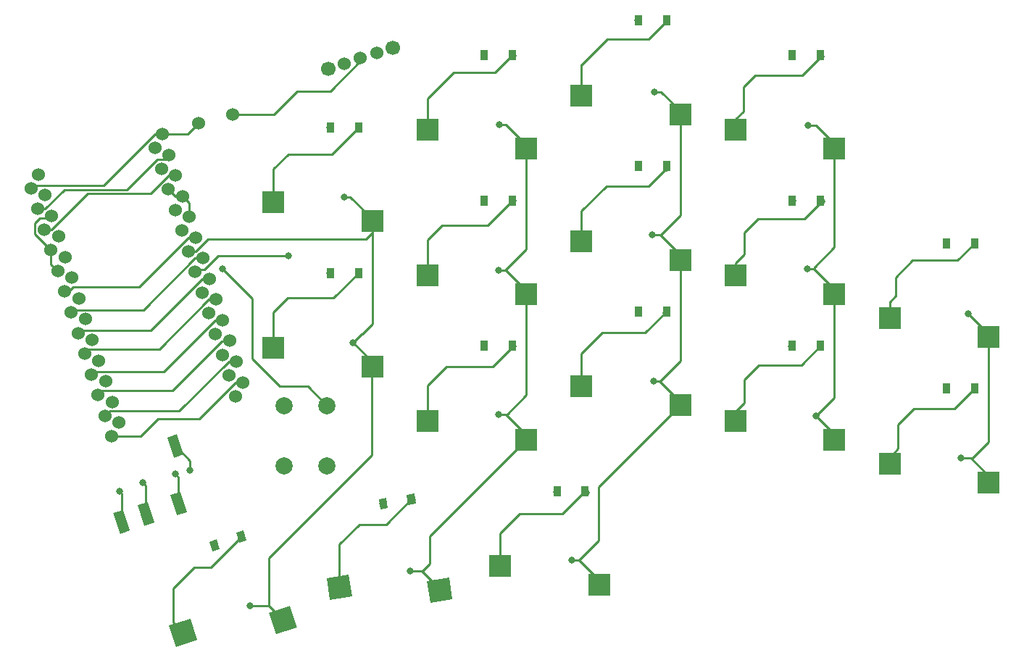
<source format=gbr>
%TF.GenerationSoftware,KiCad,Pcbnew,(5.1.8)-1*%
%TF.CreationDate,2021-08-08T13:00:58+02:00*%
%TF.ProjectId,miniki v2,6d696e69-6b69-4207-9632-2e6b69636164,rev?*%
%TF.SameCoordinates,Original*%
%TF.FileFunction,Copper,L2,Bot*%
%TF.FilePolarity,Positive*%
%FSLAX46Y46*%
G04 Gerber Fmt 4.6, Leading zero omitted, Abs format (unit mm)*
G04 Created by KiCad (PCBNEW (5.1.8)-1) date 2021-08-08 13:00:58*
%MOMM*%
%LPD*%
G01*
G04 APERTURE LIST*
%TA.AperFunction,SMDPad,CuDef*%
%ADD10R,0.900000X1.200000*%
%TD*%
%TA.AperFunction,ComponentPad*%
%ADD11C,1.524000*%
%TD*%
%TA.AperFunction,ComponentPad*%
%ADD12C,2.000000*%
%TD*%
%TA.AperFunction,WasherPad*%
%ADD13C,1.700000*%
%TD*%
%TA.AperFunction,SMDPad,CuDef*%
%ADD14R,2.600000X2.600000*%
%TD*%
%TA.AperFunction,SMDPad,CuDef*%
%ADD15C,0.100000*%
%TD*%
%TA.AperFunction,ViaPad*%
%ADD16C,0.800000*%
%TD*%
%TA.AperFunction,Conductor*%
%ADD17C,0.250000*%
%TD*%
G04 APERTURE END LIST*
D10*
%TO.P,D18,1*%
%TO.N,row2*%
X140350000Y-102000000D03*
%TO.P,D18,2*%
%TO.N,Net-(D18-Pad2)*%
X143650000Y-102000000D03*
%TD*%
%TO.P,D17,1*%
%TO.N,row1*%
X140350000Y-85000000D03*
%TO.P,D17,2*%
%TO.N,Net-(D17-Pad2)*%
X143650000Y-85000000D03*
%TD*%
%TO.P,D15,1*%
%TO.N,row2*%
X122350000Y-97000000D03*
%TO.P,D15,2*%
%TO.N,Net-(D15-Pad2)*%
X125650000Y-97000000D03*
%TD*%
%TO.P,D14,1*%
%TO.N,row1*%
X122350000Y-80000000D03*
%TO.P,D14,2*%
%TO.N,Net-(D14-Pad2)*%
X125650000Y-80000000D03*
%TD*%
%TO.P,D13,1*%
%TO.N,row0*%
X122350000Y-63000000D03*
%TO.P,D13,2*%
%TO.N,Net-(D13-Pad2)*%
X125650000Y-63000000D03*
%TD*%
%TO.P,D12,1*%
%TO.N,row3*%
X94850000Y-114000000D03*
%TO.P,D12,2*%
%TO.N,Net-(D12-Pad2)*%
X98150000Y-114000000D03*
%TD*%
%TO.P,D11,1*%
%TO.N,row2*%
X104350000Y-93000000D03*
%TO.P,D11,2*%
%TO.N,Net-(D11-Pad2)*%
X107650000Y-93000000D03*
%TD*%
%TO.P,D10,1*%
%TO.N,row1*%
X104350000Y-76000000D03*
%TO.P,D10,2*%
%TO.N,Net-(D10-Pad2)*%
X107650000Y-76000000D03*
%TD*%
D11*
%TO.P,U1,26*%
%TO.N,bat-*%
X33393525Y-78586180D03*
%TO.P,U1,25*%
%TO.N,bat+*%
X47887626Y-73876761D03*
%TO.P,U1,26*%
%TO.N,bat-*%
X48756656Y-72259039D03*
%TO.P,U1,25*%
%TO.N,bat+*%
X34262555Y-76968458D03*
%TO.P,U1,24*%
%TO.N,Net-(U1-Pad24)*%
X48672529Y-76292444D03*
%TO.P,U1,23*%
%TO.N,gnd*%
X49457433Y-78708128D03*
%TO.P,U1,22*%
%TO.N,reset*%
X50242336Y-81123811D03*
%TO.P,U1,21*%
%TO.N,vcc*%
X51027239Y-83539495D03*
%TO.P,U1,20*%
%TO.N,col0*%
X51812142Y-85955178D03*
%TO.P,U1,19*%
%TO.N,col1*%
X52597045Y-88370862D03*
%TO.P,U1,18*%
%TO.N,col2*%
X53381948Y-90786545D03*
%TO.P,U1,17*%
%TO.N,col3*%
X54166852Y-93202229D03*
%TO.P,U1,16*%
%TO.N,col4*%
X54951755Y-95617913D03*
%TO.P,U1,15*%
%TO.N,Net-(U1-Pad15)*%
X55736658Y-98033596D03*
%TO.P,U1,14*%
%TO.N,Net-(U1-Pad14)*%
X56521561Y-100449280D03*
%TO.P,U1,13*%
%TO.N,Net-(U1-Pad13)*%
X57306464Y-102864963D03*
%TO.P,U1,12*%
%TO.N,Net-(U1-Pad12)*%
X42812363Y-107574382D03*
%TO.P,U1,11*%
%TO.N,Net-(U1-Pad11)*%
X42027460Y-105158699D03*
%TO.P,U1,10*%
%TO.N,row3*%
X41242557Y-102743015D03*
%TO.P,U1,9*%
%TO.N,row2*%
X40457653Y-100327332D03*
%TO.P,U1,8*%
%TO.N,row1*%
X39672750Y-97911648D03*
%TO.P,U1,7*%
%TO.N,row0*%
X38887847Y-95495964D03*
%TO.P,U1,6*%
%TO.N,Net-(U1-Pad6)*%
X38102944Y-93080281D03*
%TO.P,U1,5*%
%TO.N,Net-(U1-Pad5)*%
X37318041Y-90664597D03*
%TO.P,U1,4*%
%TO.N,gnd*%
X36533138Y-88248914D03*
%TO.P,U1,3*%
X35748234Y-85833230D03*
%TO.P,U1,2*%
%TO.N,data*%
X34963331Y-83417547D03*
%TO.P,U1,1*%
%TO.N,Net-(U1-Pad1)*%
X34178428Y-81001863D03*
X49522538Y-74680903D03*
%TO.P,U1,2*%
%TO.N,data*%
X50307441Y-77096586D03*
%TO.P,U1,3*%
%TO.N,gnd*%
X51092344Y-79512270D03*
%TO.P,U1,4*%
X51877248Y-81927953D03*
%TO.P,U1,5*%
%TO.N,Net-(U1-Pad5)*%
X52662151Y-84343637D03*
%TO.P,U1,6*%
%TO.N,Net-(U1-Pad6)*%
X53447054Y-86759320D03*
%TO.P,U1,7*%
%TO.N,row0*%
X54231957Y-89175004D03*
%TO.P,U1,8*%
%TO.N,row1*%
X55016860Y-91590687D03*
%TO.P,U1,9*%
%TO.N,row2*%
X55801763Y-94006371D03*
%TO.P,U1,10*%
%TO.N,row3*%
X56586667Y-96422055D03*
%TO.P,U1,11*%
%TO.N,Net-(U1-Pad11)*%
X57371570Y-98837738D03*
%TO.P,U1,12*%
%TO.N,Net-(U1-Pad12)*%
X58156473Y-101253422D03*
%TO.P,U1,13*%
%TO.N,Net-(U1-Pad13)*%
X43681393Y-105956660D03*
%TO.P,U1,14*%
%TO.N,Net-(U1-Pad14)*%
X42896490Y-103540977D03*
%TO.P,U1,15*%
%TO.N,Net-(U1-Pad15)*%
X42111586Y-101125293D03*
%TO.P,U1,16*%
%TO.N,col4*%
X41326683Y-98709610D03*
%TO.P,U1,17*%
%TO.N,col3*%
X40541780Y-96293926D03*
%TO.P,U1,18*%
%TO.N,col2*%
X39756877Y-93878243D03*
%TO.P,U1,19*%
%TO.N,col1*%
X38971974Y-91462559D03*
%TO.P,U1,20*%
%TO.N,col0*%
X38187071Y-89046875D03*
%TO.P,U1,21*%
%TO.N,vcc*%
X37402167Y-86631192D03*
%TO.P,U1,22*%
%TO.N,reset*%
X36617264Y-84215508D03*
%TO.P,U1,23*%
%TO.N,gnd*%
X35832361Y-81799825D03*
%TO.P,U1,24*%
%TO.N,Net-(U1-Pad24)*%
X35047458Y-79384141D03*
%TD*%
D12*
%TO.P,Reset1,2*%
%TO.N,gnd*%
X63000000Y-104000000D03*
%TO.P,Reset1,1*%
%TO.N,reset*%
X68000000Y-104000000D03*
X68000000Y-111000000D03*
%TO.P,Reset1,2*%
%TO.N,gnd*%
X63000000Y-111000000D03*
%TD*%
D13*
%TO.P,Power1,*%
%TO.N,*%
X75706339Y-62145898D03*
X68097887Y-64618034D03*
D11*
%TO.P,Power1,3*%
%TO.N,Net-(Power1-Pad3)*%
X73804226Y-62763932D03*
%TO.P,Power1,2*%
%TO.N,Net-(Power1-Pad2)*%
X71902113Y-63381966D03*
%TO.P,Power1,1*%
%TO.N,bat+*%
X70000000Y-64000000D03*
%TD*%
D14*
%TO.P,K18,1*%
%TO.N,col4*%
X145275000Y-112950000D03*
%TO.P,K18,2*%
%TO.N,Net-(D18-Pad2)*%
X133725000Y-110750000D03*
%TD*%
%TO.P,K17,1*%
%TO.N,col4*%
X145275000Y-95950000D03*
%TO.P,K17,2*%
%TO.N,Net-(D17-Pad2)*%
X133725000Y-93750000D03*
%TD*%
%TO.P,K15,1*%
%TO.N,col3*%
X127275000Y-107950000D03*
%TO.P,K15,2*%
%TO.N,Net-(D15-Pad2)*%
X115725000Y-105750000D03*
%TD*%
%TO.P,K14,1*%
%TO.N,col3*%
X127275000Y-90950000D03*
%TO.P,K14,2*%
%TO.N,Net-(D14-Pad2)*%
X115725000Y-88750000D03*
%TD*%
%TO.P,K13,1*%
%TO.N,col3*%
X127275000Y-73950000D03*
%TO.P,K13,2*%
%TO.N,Net-(D13-Pad2)*%
X115725000Y-71750000D03*
%TD*%
%TO.P,K12,1*%
%TO.N,col2*%
X99775000Y-124950000D03*
%TO.P,K12,2*%
%TO.N,Net-(D12-Pad2)*%
X88225000Y-122750000D03*
%TD*%
%TO.P,K11,1*%
%TO.N,col2*%
X109275000Y-103950000D03*
%TO.P,K11,2*%
%TO.N,Net-(D11-Pad2)*%
X97725000Y-101750000D03*
%TD*%
%TO.P,K10,1*%
%TO.N,col2*%
X109275000Y-86950000D03*
%TO.P,K10,2*%
%TO.N,Net-(D10-Pad2)*%
X97725000Y-84750000D03*
%TD*%
%TO.P,K9,1*%
%TO.N,col2*%
X109275000Y-69950000D03*
%TO.P,K9,2*%
%TO.N,Net-(D9-Pad2)*%
X97725000Y-67750000D03*
%TD*%
%TA.AperFunction,SMDPad,CuDef*%
D15*
%TO.P,K8,1*%
%TO.N,col1*%
G36*
X80084834Y-127051783D02*
G01*
X79678104Y-124483793D01*
X82246094Y-124077063D01*
X82652824Y-126645053D01*
X80084834Y-127051783D01*
G37*
%TD.AperFunction*%
%TA.AperFunction,SMDPad,CuDef*%
%TO.P,K8,2*%
%TO.N,Net-(D8-Pad2)*%
G36*
X68332878Y-126685686D02*
G01*
X67926148Y-124117696D01*
X70494138Y-123710966D01*
X70900868Y-126278956D01*
X68332878Y-126685686D01*
G37*
%TD.AperFunction*%
%TD*%
D14*
%TO.P,K7,1*%
%TO.N,col1*%
X91275000Y-107950000D03*
%TO.P,K7,2*%
%TO.N,Net-(D7-Pad2)*%
X79725000Y-105750000D03*
%TD*%
%TO.P,K6,1*%
%TO.N,col1*%
X91275000Y-90950000D03*
%TO.P,K6,2*%
%TO.N,Net-(D6-Pad2)*%
X79725000Y-88750000D03*
%TD*%
%TO.P,K5,1*%
%TO.N,col1*%
X91275000Y-73950000D03*
%TO.P,K5,2*%
%TO.N,Net-(D5-Pad2)*%
X79725000Y-71750000D03*
%TD*%
%TA.AperFunction,SMDPad,CuDef*%
D15*
%TO.P,K4,1*%
%TO.N,col0*%
G36*
X62018710Y-130684852D02*
G01*
X61215265Y-128212105D01*
X63688012Y-127408660D01*
X64491457Y-129881407D01*
X62018710Y-130684852D01*
G37*
%TD.AperFunction*%
%TA.AperFunction,SMDPad,CuDef*%
%TO.P,K4,2*%
%TO.N,Net-(D4-Pad2)*%
G36*
X50354170Y-132161674D02*
G01*
X49550725Y-129688927D01*
X52023472Y-128885482D01*
X52826917Y-131358229D01*
X50354170Y-132161674D01*
G37*
%TD.AperFunction*%
%TD*%
D14*
%TO.P,K2,1*%
%TO.N,col0*%
X73275000Y-99450000D03*
%TO.P,K2,2*%
%TO.N,Net-(D2-Pad2)*%
X61725000Y-97250000D03*
%TD*%
%TO.P,K1,1*%
%TO.N,col0*%
X73275000Y-82450000D03*
%TO.P,K1,2*%
%TO.N,Net-(D1-Pad2)*%
X61725000Y-80250000D03*
%TD*%
%TA.AperFunction,SMDPad,CuDef*%
D15*
%TO.P,J1,S*%
%TO.N,Net-(J1-PadS)*%
G36*
X50092549Y-110067326D02*
G01*
X49320007Y-107689685D01*
X50461275Y-107318864D01*
X51233817Y-109696505D01*
X50092549Y-110067326D01*
G37*
%TD.AperFunction*%
%TA.AperFunction,SMDPad,CuDef*%
%TO.P,J1,T*%
%TO.N,vcc*%
G36*
X50457733Y-116783175D02*
G01*
X49685191Y-114405534D01*
X50826459Y-114034713D01*
X51599001Y-116412354D01*
X50457733Y-116783175D01*
G37*
%TD.AperFunction*%
%TA.AperFunction,SMDPad,CuDef*%
%TO.P,J1,R1*%
%TO.N,gnd*%
G36*
X46653507Y-118019243D02*
G01*
X45880965Y-115641602D01*
X47022233Y-115270781D01*
X47794775Y-117648422D01*
X46653507Y-118019243D01*
G37*
%TD.AperFunction*%
%TA.AperFunction,SMDPad,CuDef*%
%TO.P,J1,R2*%
%TO.N,data*%
G36*
X43800338Y-118946294D02*
G01*
X43027796Y-116568653D01*
X44169064Y-116197832D01*
X44941606Y-118575473D01*
X43800338Y-118946294D01*
G37*
%TD.AperFunction*%
%TD*%
D11*
%TO.P,batt-1,1*%
%TO.N,bat-*%
X53000000Y-71000000D03*
%TD*%
%TO.P,batt+1,1*%
%TO.N,Net-(Power1-Pad2)*%
X57000000Y-70000000D03*
%TD*%
D10*
%TO.P,D9,1*%
%TO.N,row0*%
X104350000Y-59000000D03*
%TO.P,D9,2*%
%TO.N,Net-(D9-Pad2)*%
X107650000Y-59000000D03*
%TD*%
%TA.AperFunction,SMDPad,CuDef*%
D15*
%TO.P,D8,1*%
%TO.N,row3*%
G36*
X74219715Y-116121126D02*
G01*
X74031994Y-114935900D01*
X74920913Y-114795108D01*
X75108634Y-115980334D01*
X74219715Y-116121126D01*
G37*
%TD.AperFunction*%
%TA.AperFunction,SMDPad,CuDef*%
%TO.P,D8,2*%
%TO.N,Net-(D8-Pad2)*%
G36*
X77479087Y-115604892D02*
G01*
X77291366Y-114419666D01*
X78180285Y-114278874D01*
X78368006Y-115464100D01*
X77479087Y-115604892D01*
G37*
%TD.AperFunction*%
%TD*%
D10*
%TO.P,D7,1*%
%TO.N,row2*%
X86350000Y-97000000D03*
%TO.P,D7,2*%
%TO.N,Net-(D7-Pad2)*%
X89650000Y-97000000D03*
%TD*%
%TO.P,D6,1*%
%TO.N,row1*%
X86350000Y-80000000D03*
%TO.P,D6,2*%
%TO.N,Net-(D6-Pad2)*%
X89650000Y-80000000D03*
%TD*%
%TO.P,D5,1*%
%TO.N,row0*%
X86350000Y-63000000D03*
%TO.P,D5,2*%
%TO.N,Net-(D5-Pad2)*%
X89650000Y-63000000D03*
%TD*%
%TA.AperFunction,SMDPad,CuDef*%
D15*
%TO.P,D4,1*%
%TO.N,row3*%
G36*
X54588192Y-121019570D02*
G01*
X54217371Y-119878302D01*
X55073322Y-119600186D01*
X55444143Y-120741454D01*
X54588192Y-121019570D01*
G37*
%TD.AperFunction*%
%TA.AperFunction,SMDPad,CuDef*%
%TO.P,D4,2*%
%TO.N,Net-(D4-Pad2)*%
G36*
X57726678Y-119999814D02*
G01*
X57355857Y-118858546D01*
X58211808Y-118580430D01*
X58582629Y-119721698D01*
X57726678Y-119999814D01*
G37*
%TD.AperFunction*%
%TD*%
D10*
%TO.P,D2,1*%
%TO.N,row2*%
X68350000Y-88500000D03*
%TO.P,D2,2*%
%TO.N,Net-(D2-Pad2)*%
X71650000Y-88500000D03*
%TD*%
%TO.P,D1,1*%
%TO.N,row1*%
X68350000Y-71500000D03*
%TO.P,D1,2*%
%TO.N,Net-(D1-Pad2)*%
X71650000Y-71500000D03*
%TD*%
D16*
%TO.N,Net-(D1-Pad2)*%
X71650000Y-71500000D03*
%TO.N,Net-(D2-Pad2)*%
X71704200Y-88544400D03*
%TO.N,Net-(D4-Pad2)*%
X57937400Y-119380000D03*
%TO.N,Net-(D5-Pad2)*%
X89687400Y-63093600D03*
%TO.N,Net-(D6-Pad2)*%
X89687400Y-80035400D03*
%TO.N,Net-(D7-Pad2)*%
X89738200Y-97028000D03*
%TO.N,Net-(D8-Pad2)*%
X77927200Y-115011200D03*
%TO.N,Net-(D9-Pad2)*%
X107670600Y-59055000D03*
%TO.N,Net-(D10-Pad2)*%
X107670600Y-76200000D03*
%TO.N,Net-(D11-Pad2)*%
X107619800Y-93141800D03*
%TO.N,Net-(D12-Pad2)*%
X98298000Y-114173000D03*
%TO.N,Net-(D13-Pad2)*%
X125679200Y-63169800D03*
%TO.N,Net-(D14-Pad2)*%
X125780800Y-80086200D03*
%TO.N,Net-(D15-Pad2)*%
X125628400Y-97180400D03*
%TO.N,Net-(D17-Pad2)*%
X143687800Y-85090000D03*
%TO.N,Net-(J1-PadS)*%
X52000000Y-111500000D03*
%TO.N,Net-(D18-Pad2)*%
X143687800Y-102133400D03*
%TO.N,row1*%
X140335000Y-85039200D03*
X122402600Y-80010000D03*
X104343200Y-76073000D03*
X86360000Y-80010000D03*
X68326000Y-71526400D03*
%TO.N,row2*%
X104343200Y-92964000D03*
X122275600Y-97028000D03*
X140385800Y-102031800D03*
X68326000Y-88493600D03*
X86334600Y-96977200D03*
%TO.N,row3*%
X54838600Y-120396000D03*
X74523600Y-115417600D03*
X94843600Y-114046000D03*
%TO.N,row0*%
X122351800Y-63042800D03*
X104317800Y-58978800D03*
X86360000Y-63017400D03*
%TO.N,data*%
X43750000Y-114000000D03*
%TO.N,col0*%
X58953400Y-127406400D03*
X71043800Y-96647000D03*
X70002400Y-79629000D03*
%TO.N,col1*%
X88036400Y-105054400D03*
X77673200Y-123342400D03*
X88061800Y-88138000D03*
X88138000Y-71170800D03*
X63500000Y-86500000D03*
%TO.N,col2*%
X106121200Y-101117400D03*
X96545400Y-122047000D03*
X106019600Y-84023200D03*
X106222800Y-67335400D03*
%TO.N,col3*%
X125120400Y-105181400D03*
X124079000Y-87960200D03*
X124206000Y-71221600D03*
%TO.N,col4*%
X142062200Y-110134400D03*
X142900400Y-93218000D03*
%TO.N,reset*%
X55750000Y-88000000D03*
%TO.N,gnd*%
X46500000Y-113000000D03*
%TO.N,vcc*%
X50250000Y-112000000D03*
%TD*%
D17*
%TO.N,Net-(D1-Pad2)*%
X68524800Y-74625200D02*
X71650000Y-71500000D01*
X63449200Y-74625200D02*
X68524800Y-74625200D01*
X61725000Y-80250000D02*
X61725000Y-76349400D01*
X71650000Y-71500000D02*
X71650000Y-71500000D01*
X61725000Y-76349400D02*
X63449200Y-74625200D01*
%TO.N,Net-(D2-Pad2)*%
X68760800Y-91389200D02*
X71650000Y-88500000D01*
X63398400Y-91389200D02*
X68760800Y-91389200D01*
X61725000Y-93062600D02*
X63398400Y-91389200D01*
X61725000Y-97250000D02*
X61725000Y-93062600D01*
%TO.N,Net-(D4-Pad2)*%
X51188821Y-130523578D02*
X50012600Y-129347357D01*
X50012600Y-129347357D02*
X50012600Y-125349000D01*
X50012600Y-125349000D02*
X52501800Y-122859800D01*
X54399565Y-122859800D02*
X57969243Y-119290122D01*
X52501800Y-122859800D02*
X54399565Y-122859800D01*
%TO.N,Net-(D5-Pad2)*%
X79725000Y-71750000D02*
X79761000Y-71750000D01*
X79725000Y-71750000D02*
X79725000Y-71275000D01*
X87626000Y-65024000D02*
X89650000Y-63000000D01*
X82778600Y-65024000D02*
X87626000Y-65024000D01*
X79725000Y-68077600D02*
X82778600Y-65024000D01*
X79725000Y-71750000D02*
X79725000Y-68077600D01*
%TO.N,Net-(D6-Pad2)*%
X86744400Y-82905600D02*
X89650000Y-80000000D01*
X81432400Y-82905600D02*
X86744400Y-82905600D01*
X79725000Y-84613000D02*
X81432400Y-82905600D01*
X79725000Y-88750000D02*
X79725000Y-84613000D01*
%TO.N,Net-(D7-Pad2)*%
X81940400Y-99415600D02*
X87350600Y-99415600D01*
X79725000Y-101631000D02*
X81940400Y-99415600D01*
X87350600Y-99415600D02*
X89738200Y-97028000D01*
X79725000Y-105750000D02*
X79725000Y-101631000D01*
%TO.N,Net-(D8-Pad2)*%
X74915569Y-117856000D02*
X77829686Y-114941883D01*
X71755000Y-117856000D02*
X74915569Y-117856000D01*
X69413508Y-120197492D02*
X71755000Y-117856000D01*
X69413508Y-125198326D02*
X69413508Y-120197492D01*
%TO.N,Net-(D9-Pad2)*%
X97725000Y-67750000D02*
X97725000Y-67730600D01*
X97725000Y-67730600D02*
X97713800Y-67719400D01*
X97725000Y-67750000D02*
X97725000Y-64120800D01*
X97725000Y-64120800D02*
X97728000Y-64120800D01*
X97728000Y-64120800D02*
X100711000Y-61137800D01*
X105587800Y-61137800D02*
X107670600Y-59055000D01*
X100711000Y-61137800D02*
X105587800Y-61137800D01*
%TO.N,Net-(D10-Pad2)*%
X105537000Y-78333600D02*
X107670600Y-76200000D01*
X100609400Y-78333600D02*
X105537000Y-78333600D01*
X97725000Y-81218000D02*
X100609400Y-78333600D01*
X97725000Y-84750000D02*
X97725000Y-81218000D01*
%TO.N,Net-(D11-Pad2)*%
X105171400Y-95478600D02*
X107650000Y-93000000D01*
X100177600Y-95478600D02*
X105171400Y-95478600D01*
X97725000Y-97931200D02*
X100177600Y-95478600D01*
X97725000Y-101750000D02*
X97725000Y-97931200D01*
%TO.N,Net-(D12-Pad2)*%
X95513200Y-116636800D02*
X98150000Y-114000000D01*
X90525600Y-116636800D02*
X95513200Y-116636800D01*
X88225000Y-118937400D02*
X90525600Y-116636800D01*
X88225000Y-122750000D02*
X88225000Y-118937400D01*
%TO.N,Net-(D13-Pad2)*%
X123494800Y-65354200D02*
X125679200Y-63169800D01*
X118008400Y-65354200D02*
X123494800Y-65354200D01*
X116636800Y-66725800D02*
X118008400Y-65354200D01*
X115725000Y-70507800D02*
X116636800Y-69596000D01*
X116636800Y-69596000D02*
X116636800Y-66725800D01*
X115725000Y-71750000D02*
X115725000Y-70507800D01*
%TO.N,Net-(D14-Pad2)*%
X123748800Y-82118200D02*
X125780800Y-80086200D01*
X118364000Y-82118200D02*
X123748800Y-82118200D01*
X116713000Y-83769200D02*
X118364000Y-82118200D01*
X116713000Y-86283800D02*
X116713000Y-83769200D01*
X116738400Y-86309200D02*
X116713000Y-86283800D01*
X115725000Y-87322600D02*
X116738400Y-86309200D01*
X115725000Y-88750000D02*
X115725000Y-87322600D01*
%TO.N,Net-(D15-Pad2)*%
X123386800Y-99263200D02*
X125650000Y-97000000D01*
X118414800Y-99263200D02*
X123386800Y-99263200D01*
X116763800Y-100914200D02*
X118414800Y-99263200D01*
X116763800Y-103632000D02*
X116763800Y-100914200D01*
X115725000Y-104670800D02*
X116763800Y-103632000D01*
X115725000Y-105750000D02*
X115725000Y-104670800D01*
%TO.N,Net-(D17-Pad2)*%
X141629600Y-87020400D02*
X143650000Y-85000000D01*
X136398000Y-87020400D02*
X141629600Y-87020400D01*
X134442200Y-91160600D02*
X134442200Y-88976200D01*
X134442200Y-88976200D02*
X136398000Y-87020400D01*
X133725000Y-91877800D02*
X134442200Y-91160600D01*
X133725000Y-93750000D02*
X133725000Y-91877800D01*
%TO.N,Net-(J1-PadS)*%
X50276912Y-108693095D02*
X52000000Y-110416183D01*
X52000000Y-110416183D02*
X52000000Y-111500000D01*
X52000000Y-111500000D02*
X52000000Y-111500000D01*
%TO.N,Net-(D18-Pad2)*%
X134645400Y-109829600D02*
X133725000Y-110750000D01*
X136550400Y-104343200D02*
X141306800Y-104343200D01*
X134696200Y-106197400D02*
X136550400Y-104343200D01*
X134696200Y-109016800D02*
X134696200Y-106197400D01*
X141306800Y-104343200D02*
X143650000Y-102000000D01*
X133725000Y-109988000D02*
X134696200Y-109016800D01*
X133725000Y-110750000D02*
X133725000Y-109988000D01*
%TO.N,row1*%
X54159313Y-91590687D02*
X55016860Y-91590687D01*
X48369073Y-97380927D02*
X54159313Y-91590687D01*
X40119073Y-97380927D02*
X48369073Y-97380927D01*
X39672750Y-97827250D02*
X40119073Y-97380927D01*
X39672750Y-97911648D02*
X39672750Y-97827250D01*
%TO.N,row2*%
X54954535Y-94006371D02*
X55801763Y-94006371D01*
X48922614Y-100038292D02*
X54954535Y-94006371D01*
X40746693Y-100038292D02*
X48922614Y-100038292D01*
X40457653Y-100327332D02*
X40746693Y-100038292D01*
%TO.N,row3*%
X49966136Y-102212294D02*
X55678430Y-96500000D01*
X41589825Y-102212294D02*
X49966136Y-102212294D01*
X41242557Y-102559562D02*
X41589825Y-102212294D01*
X56508722Y-96500000D02*
X56586667Y-96422055D01*
X55678430Y-96500000D02*
X56508722Y-96500000D01*
X41242557Y-102743015D02*
X41242557Y-102559562D01*
%TO.N,row0*%
X53384727Y-89175004D02*
X54231957Y-89175004D01*
X47352806Y-95206925D02*
X53384727Y-89175004D01*
X39176886Y-95206925D02*
X47352806Y-95206925D01*
X38887847Y-95495964D02*
X39176886Y-95206925D01*
%TO.N,data*%
X43984701Y-114234701D02*
X43750000Y-114000000D01*
X43984701Y-117572063D02*
X43984701Y-114234701D01*
X49477149Y-77096586D02*
X50307441Y-77096586D01*
X47376575Y-79197160D02*
X49477149Y-77096586D01*
X40026850Y-79197160D02*
X47376575Y-79197160D01*
X35806463Y-83417547D02*
X40026850Y-79197160D01*
X34963331Y-83417547D02*
X35806463Y-83417547D01*
%TO.N,col0*%
X62853361Y-129046756D02*
X61213005Y-127406400D01*
X61213005Y-127406400D02*
X58953400Y-127406400D01*
X73275000Y-99450000D02*
X73275000Y-98878200D01*
X73275000Y-98878200D02*
X71043800Y-96647000D01*
X58953400Y-127406400D02*
X58953400Y-127406400D01*
X71043800Y-96647000D02*
X71043800Y-96647000D01*
X70002400Y-79629000D02*
X70002400Y-79629000D01*
X73275000Y-82450000D02*
X73275000Y-82190400D01*
X73275000Y-82190400D02*
X70713600Y-79629000D01*
X70713600Y-79629000D02*
X70002400Y-79629000D01*
X61213005Y-127406400D02*
X61213005Y-121786995D01*
X61213005Y-121786995D02*
X73250000Y-109750000D01*
X73250000Y-99475000D02*
X73275000Y-99450000D01*
X73250000Y-109750000D02*
X73250000Y-99475000D01*
X72098701Y-95651299D02*
X73275000Y-94475000D01*
X72039501Y-95651299D02*
X72098701Y-95651299D01*
X71043800Y-96647000D02*
X72039501Y-95651299D01*
X72550000Y-84500000D02*
X73275000Y-83775000D01*
X54097612Y-84500000D02*
X72550000Y-84500000D01*
X52642434Y-85955178D02*
X54097612Y-84500000D01*
X51812142Y-85955178D02*
X52642434Y-85955178D01*
X73275000Y-83775000D02*
X73275000Y-82450000D01*
X73275000Y-94475000D02*
X73275000Y-83775000D01*
%TO.N,col1*%
X81165464Y-125564423D02*
X81165464Y-125437664D01*
X81165464Y-125437664D02*
X79070200Y-123342400D01*
X79070200Y-123342400D02*
X77673200Y-123342400D01*
X91275000Y-107950000D02*
X91275000Y-107429400D01*
X91275000Y-107429400D02*
X88925400Y-105079800D01*
X88925400Y-105079800D02*
X88900000Y-105054400D01*
X88900000Y-105054400D02*
X88036400Y-105054400D01*
X91275000Y-90950000D02*
X91275000Y-90563800D01*
X88823800Y-88112600D02*
X88798400Y-88138000D01*
X88798400Y-88138000D02*
X88061800Y-88138000D01*
X91275000Y-73950000D02*
X91275000Y-73545800D01*
X91275000Y-73545800D02*
X88900000Y-71170800D01*
X88900000Y-71170800D02*
X88138000Y-71170800D01*
X88036400Y-105054400D02*
X88036400Y-105054400D01*
X77673200Y-123342400D02*
X77673200Y-123342400D01*
X88061800Y-88138000D02*
X88061800Y-88138000D01*
X88138000Y-71170800D02*
X88138000Y-71170800D01*
X79070200Y-123342400D02*
X79146400Y-123342400D01*
X91275000Y-90563800D02*
X89357200Y-88646000D01*
X89357200Y-88646000D02*
X89357200Y-88569800D01*
X89357200Y-88646000D02*
X88823800Y-88112600D01*
X52597045Y-88370862D02*
X52917917Y-88049990D01*
X52597045Y-88370862D02*
X52879904Y-88088003D01*
X80000000Y-122500000D02*
X79157600Y-123342400D01*
X80000000Y-119250000D02*
X80000000Y-122500000D01*
X81256385Y-117993615D02*
X80000000Y-119250000D01*
X79157600Y-123342400D02*
X79070200Y-123342400D01*
X81256385Y-117968615D02*
X81256385Y-117993615D01*
X91275000Y-107950000D02*
X81256385Y-117968615D01*
X88925400Y-105079800D02*
X88925400Y-105074600D01*
X91275000Y-102725000D02*
X91275000Y-90950000D01*
X88925400Y-105074600D02*
X91275000Y-102725000D01*
X88823800Y-88112600D02*
X88887400Y-88112600D01*
X91275000Y-85725000D02*
X91275000Y-73950000D01*
X88887400Y-88112600D02*
X91275000Y-85725000D01*
X91275000Y-90950000D02*
X91275000Y-90975000D01*
X52879904Y-88088003D02*
X53661997Y-88088003D01*
X53661997Y-88088003D02*
X55250000Y-86500000D01*
X55250000Y-86500000D02*
X63500000Y-86500000D01*
%TO.N,col2*%
X99775000Y-124950000D02*
X99775000Y-124387600D01*
X99775000Y-124387600D02*
X97434400Y-122047000D01*
X97434400Y-122047000D02*
X96545400Y-122047000D01*
X109275000Y-103950000D02*
X109275000Y-103560000D01*
X109275000Y-103560000D02*
X106832400Y-101117400D01*
X106832400Y-101117400D02*
X106121200Y-101117400D01*
X109275000Y-86950000D02*
X109275000Y-86415000D01*
X109275000Y-86415000D02*
X106883200Y-84023200D01*
X106883200Y-84023200D02*
X106019600Y-84023200D01*
X109275000Y-69950000D02*
X109275000Y-69574800D01*
X109275000Y-69574800D02*
X107035600Y-67335400D01*
X107035600Y-67335400D02*
X106222800Y-67335400D01*
X106121200Y-101117400D02*
X106121200Y-101117400D01*
X96545400Y-122047000D02*
X96545400Y-122047000D01*
X106019600Y-84023200D02*
X106019600Y-84023200D01*
X106222800Y-67335400D02*
X106222800Y-67335400D01*
X97434400Y-122047000D02*
X97459800Y-122047000D01*
X106883200Y-84023200D02*
X106883200Y-83997800D01*
X106019600Y-84229398D02*
X106019600Y-84023200D01*
X99750000Y-119750000D02*
X99750000Y-113475000D01*
X99750000Y-113475000D02*
X109275000Y-103950000D01*
X97453000Y-122047000D02*
X99750000Y-119750000D01*
X97434400Y-122047000D02*
X97453000Y-122047000D01*
X106832400Y-101117400D02*
X106882600Y-101117400D01*
X109275000Y-98725000D02*
X109275000Y-86950000D01*
X106882600Y-101117400D02*
X109275000Y-98725000D01*
X106883200Y-84023200D02*
X106976800Y-84023200D01*
X109275000Y-81725000D02*
X109275000Y-69950000D01*
X106976800Y-84023200D02*
X109275000Y-81725000D01*
%TO.N,col3*%
X127275000Y-107950000D02*
X127275000Y-107082000D01*
X127275000Y-107950000D02*
X127275000Y-107336000D01*
X127275000Y-107336000D02*
X125120400Y-105181400D01*
X125120400Y-105181400D02*
X125120400Y-105181400D01*
X127279400Y-90954400D02*
X127275000Y-90950000D01*
X127275000Y-90950000D02*
X127275000Y-90368800D01*
X127275000Y-90368800D02*
X124866400Y-87960200D01*
X124866400Y-87960200D02*
X124079000Y-87960200D01*
X127275000Y-73950000D02*
X127275000Y-73376200D01*
X127275000Y-73376200D02*
X125120400Y-71221600D01*
X125120400Y-71221600D02*
X124206000Y-71221600D01*
X124079000Y-87960200D02*
X124079000Y-87960200D01*
X124206000Y-71221600D02*
X124206000Y-71221600D01*
X125120400Y-105181400D02*
X127250000Y-103051800D01*
X127250000Y-90975000D02*
X127275000Y-90950000D01*
X127250000Y-103051800D02*
X127250000Y-90975000D01*
X127275000Y-85475000D02*
X127275000Y-73950000D01*
X124866400Y-87883600D02*
X127275000Y-85475000D01*
X124866400Y-87960200D02*
X124866400Y-87883600D01*
%TO.N,col4*%
X145275000Y-112950000D02*
X145275000Y-112178800D01*
X145275000Y-112178800D02*
X143230600Y-110134400D01*
X143230600Y-110134400D02*
X142062200Y-110134400D01*
X142062200Y-110134400D02*
X142062200Y-110134400D01*
X145275000Y-95950000D02*
X145275000Y-95592600D01*
X145275000Y-95592600D02*
X142900400Y-93218000D01*
X142900400Y-93218000D02*
X142900400Y-93218000D01*
X143230600Y-110134400D02*
X143281400Y-110134400D01*
X145275000Y-108225000D02*
X145275000Y-95950000D01*
X143365600Y-110134400D02*
X145275000Y-108225000D01*
X143230600Y-110134400D02*
X143365600Y-110134400D01*
%TO.N,reset*%
X65750000Y-101750000D02*
X68000000Y-104000000D01*
X59250000Y-98500000D02*
X62500000Y-101750000D01*
X62500000Y-101750000D02*
X65750000Y-101750000D01*
X59250000Y-91500000D02*
X59250000Y-98500000D01*
X55750000Y-88000000D02*
X59250000Y-91500000D01*
%TO.N,Net-(Power1-Pad2)*%
X68358762Y-67250000D02*
X71902113Y-63706649D01*
X64500000Y-67250000D02*
X68358762Y-67250000D01*
X61750000Y-70000000D02*
X64500000Y-67250000D01*
X71902113Y-63706649D02*
X71902113Y-63381966D01*
X57000000Y-70000000D02*
X61750000Y-70000000D01*
%TO.N,gnd*%
X46837870Y-113337870D02*
X46500000Y-113000000D01*
X46837870Y-116645012D02*
X46837870Y-113337870D01*
X51877248Y-80297174D02*
X51092344Y-79512270D01*
X51877248Y-81927953D02*
X51877248Y-80297174D01*
X50261575Y-79512270D02*
X49457433Y-78708128D01*
X51092344Y-79512270D02*
X50261575Y-79512270D01*
X35543322Y-82088864D02*
X34411136Y-82088864D01*
X35832361Y-81799825D02*
X35543322Y-82088864D01*
X33876330Y-83961326D02*
X35748234Y-85833230D01*
X33876330Y-82623670D02*
X33876330Y-83961326D01*
X34411136Y-82088864D02*
X33876330Y-82623670D01*
X35748234Y-87464010D02*
X36533138Y-88248914D01*
X35748234Y-85833230D02*
X35748234Y-87464010D01*
%TO.N,vcc*%
X50642096Y-112392096D02*
X50250000Y-112000000D01*
X50642096Y-115408944D02*
X50642096Y-112392096D01*
%TO.N,bat-*%
X47896586Y-72259039D02*
X48756656Y-72259039D01*
X41858485Y-78297140D02*
X47896586Y-72259039D01*
X33682565Y-78297140D02*
X41858485Y-78297140D01*
X33393525Y-78586180D02*
X33682565Y-78297140D01*
X51740961Y-72259039D02*
X53000000Y-71000000D01*
X48756656Y-72259039D02*
X51740961Y-72259039D01*
%TO.N,bat+*%
X47887626Y-73876761D02*
X48170485Y-73593902D01*
%TO.N,Net-(U1-Pad12)*%
X42812363Y-107574382D02*
X46175618Y-107574382D01*
X46175618Y-107574382D02*
X48250000Y-105500000D01*
X57326181Y-101253422D02*
X58156473Y-101253422D01*
X53079603Y-105500000D02*
X57326181Y-101253422D01*
X48250000Y-105500000D02*
X53079603Y-105500000D01*
%TO.N,Net-(U1-Pad11)*%
X50734101Y-104627978D02*
X56524341Y-98837738D01*
X56524341Y-98837738D02*
X57371570Y-98837738D01*
X42622022Y-104627978D02*
X50734101Y-104627978D01*
X42091301Y-105158699D02*
X42622022Y-104627978D01*
X42027460Y-105158699D02*
X42091301Y-105158699D01*
%TO.N,Net-(U1-Pad6)*%
X46567903Y-92791242D02*
X52599825Y-86759320D01*
X38391983Y-92791242D02*
X46567903Y-92791242D01*
X52599825Y-86759320D02*
X53447054Y-86759320D01*
X38102944Y-93080281D02*
X38391983Y-92791242D01*
%TO.N,Net-(U1-Pad5)*%
X46024682Y-90133876D02*
X51814921Y-84343637D01*
X51814921Y-84343637D02*
X52662151Y-84343637D01*
X38366124Y-90133876D02*
X46024682Y-90133876D01*
X37835403Y-90664597D02*
X38366124Y-90133876D01*
X37318041Y-90664597D02*
X37835403Y-90664597D01*
%TO.N,Net-(U1-Pad1)*%
X48997998Y-75205443D02*
X49522538Y-74680903D01*
X48150768Y-75205443D02*
X48997998Y-75205443D01*
X37276274Y-78747150D02*
X44609061Y-78747150D01*
X44609061Y-78747150D02*
X48150768Y-75205443D01*
X35021561Y-81001863D02*
X37276274Y-78747150D01*
X34178428Y-81001863D02*
X35021561Y-81001863D01*
%TD*%
M02*

</source>
